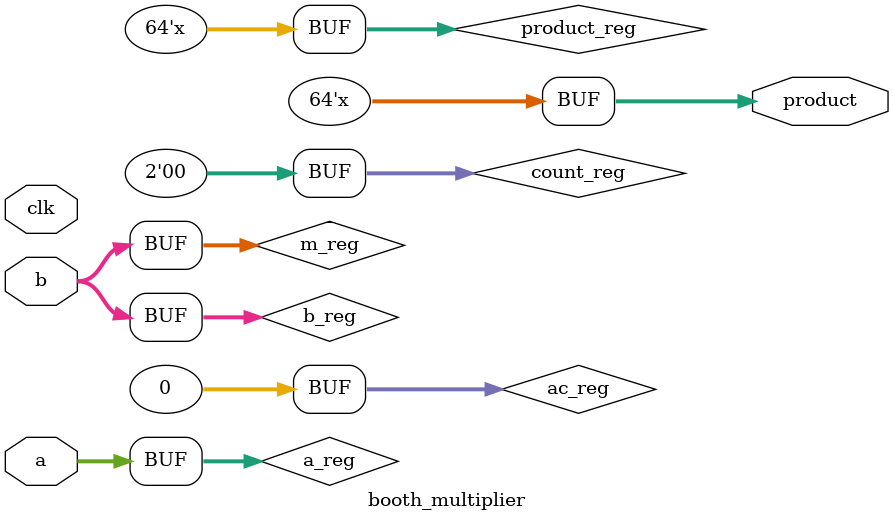
<source format=v>
module booth_multiplier (
    input signed [31:0] a,
    input signed [31:0] b,
    input clk,
    output signed [63:0] product
);

reg signed [63:0] product_reg;
reg signed [31:0] a_reg;
reg signed [31:0] b_reg;
reg signed [31:0] m_reg;
reg signed [31:0] ac_reg;
reg signed [1:0] count_reg;

always @(*) begin
    product_reg = a_reg * b_reg;
    a_reg = a;
    b_reg = b;
    m_reg = {b_reg[31], b_reg};
    ac_reg = 0;
    count_reg = 32;
end

always @(posedge clk) begin
    if (count_reg > 0) begin
        if (ac_reg[0] == 0 && ac_reg[1] == 0) begin
            // Shift right
            ac_reg = {ac_reg[30:0], m_reg[31]};
        end else if (ac_reg[0] == 1 && ac_reg[1] == 0) begin
            // Subtract
            ac_reg = ac_reg + (~m_reg + 1);
        end else if (ac_reg[0] == 0 && ac_reg[1] == 1) begin
            // Add
            ac_reg = ac_reg + m_reg;
        end
        count_reg = count_reg - 1;
    end
end

assign product = product_reg;

endmodule
</source>
